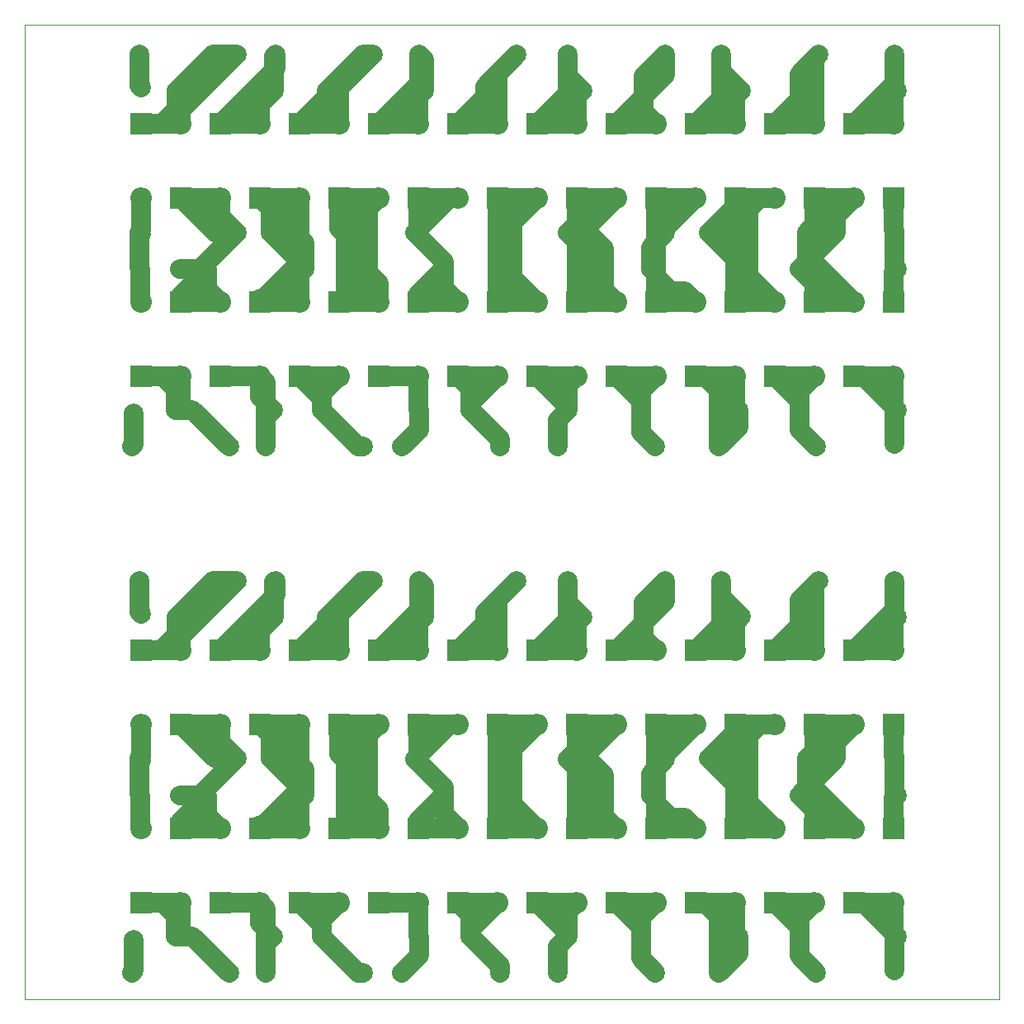
<source format=gbr>
G04 #@! TF.GenerationSoftware,KiCad,Pcbnew,5.1.4-e60b266~84~ubuntu16.04.1*
G04 #@! TF.CreationDate,2019-10-08T23:12:12-05:00*
G04 #@! TF.ProjectId,10x10p,31307831-3070-42e6-9b69-6361645f7063,rev?*
G04 #@! TF.SameCoordinates,Original*
G04 #@! TF.FileFunction,Copper,L2,Bot*
G04 #@! TF.FilePolarity,Positive*
%FSLAX46Y46*%
G04 Gerber Fmt 4.6, Leading zero omitted, Abs format (unit mm)*
G04 Created by KiCad (PCBNEW 5.1.4-e60b266~84~ubuntu16.04.1) date 2019-10-08 23:12:12*
%MOMM*%
%LPD*%
G04 APERTURE LIST*
G04 #@! TA.AperFunction,NonConductor*
%ADD10C,0.050000*%
G04 #@! TD*
G04 #@! TA.AperFunction,ComponentPad*
%ADD11C,2.000000*%
G04 #@! TD*
G04 #@! TA.AperFunction,ComponentPad*
%ADD12R,2.200000X2.200000*%
G04 #@! TD*
G04 #@! TA.AperFunction,ComponentPad*
%ADD13O,2.200000X2.200000*%
G04 #@! TD*
G04 #@! TA.AperFunction,ComponentPad*
%ADD14C,1.998980*%
G04 #@! TD*
G04 #@! TA.AperFunction,Conductor*
%ADD15C,2.000000*%
G04 #@! TD*
G04 APERTURE END LIST*
D10*
X50000000Y-150000000D02*
X50000000Y-50000000D01*
X150000000Y-150000000D02*
X50000000Y-150000000D01*
X150000000Y-50000000D02*
X150000000Y-150000000D01*
X50000000Y-50000000D02*
X150000000Y-50000000D01*
D11*
G04 #@! TO.P,C10,1*
G04 #@! TO.N,N/C*
X139490000Y-110790000D03*
G04 #@! TO.P,C10,2*
X129490000Y-110790000D03*
G04 #@! TD*
G04 #@! TO.P,C21,1*
G04 #@! TO.N,N/C*
X70990000Y-147290000D03*
G04 #@! TO.P,C21,2*
X60990000Y-147290000D03*
G04 #@! TD*
G04 #@! TO.P,C4,1*
G04 #@! TO.N,N/C*
X91006000Y-110752400D03*
G04 #@! TO.P,C4,2*
X81006000Y-110752400D03*
G04 #@! TD*
D12*
G04 #@! TO.P,D34,1*
G04 #@! TO.N,N/C*
X114788000Y-132452000D03*
D13*
G04 #@! TO.P,D34,2*
X114788000Y-140072000D03*
G04 #@! TD*
D12*
G04 #@! TO.P,D37,1*
G04 #@! TO.N,N/C*
X126980000Y-140072000D03*
D13*
G04 #@! TO.P,D37,2*
X126980000Y-132452000D03*
G04 #@! TD*
D11*
G04 #@! TO.P,C5,1*
G04 #@! TO.N,N/C*
X100490000Y-107040000D03*
G04 #@! TO.P,C5,2*
X90490000Y-107040000D03*
G04 #@! TD*
D12*
G04 #@! TO.P,D32,1*
G04 #@! TO.N,N/C*
X106660000Y-132452000D03*
D13*
G04 #@! TO.P,D32,2*
X106660000Y-140072000D03*
G04 #@! TD*
D12*
G04 #@! TO.P,D33,1*
G04 #@! TO.N,N/C*
X110724000Y-140072000D03*
D13*
G04 #@! TO.P,D33,2*
X110724000Y-132452000D03*
G04 #@! TD*
D12*
G04 #@! TO.P,D40,1*
G04 #@! TO.N,N/C*
X139172000Y-132452000D03*
D13*
G04 #@! TO.P,D40,2*
X139172000Y-140072000D03*
G04 #@! TD*
D11*
G04 #@! TO.P,C20,1*
G04 #@! TO.N,N/C*
X139490000Y-129040000D03*
G04 #@! TO.P,C20,2*
X129490000Y-129040000D03*
G04 #@! TD*
G04 #@! TO.P,C25,1*
G04 #@! TO.N,N/C*
X98740000Y-147290000D03*
G04 #@! TO.P,C25,2*
X88740000Y-147290000D03*
G04 #@! TD*
G04 #@! TO.P,C8,1*
G04 #@! TO.N,N/C*
X123518000Y-110727000D03*
G04 #@! TO.P,C8,2*
X113518000Y-110727000D03*
G04 #@! TD*
G04 #@! TO.P,C3,1*
G04 #@! TO.N,N/C*
X85740000Y-107040000D03*
G04 #@! TO.P,C3,2*
X75740000Y-107040000D03*
G04 #@! TD*
D12*
G04 #@! TO.P,D30,1*
G04 #@! TO.N,N/C*
X98532000Y-132452000D03*
D13*
G04 #@! TO.P,D30,2*
X98532000Y-140072000D03*
G04 #@! TD*
D12*
G04 #@! TO.P,D31,1*
G04 #@! TO.N,N/C*
X102596000Y-140072000D03*
D13*
G04 #@! TO.P,D31,2*
X102596000Y-132452000D03*
G04 #@! TD*
D12*
G04 #@! TO.P,D3,1*
G04 #@! TO.N,N/C*
X70084000Y-114156000D03*
D13*
G04 #@! TO.P,D3,2*
X70084000Y-121776000D03*
G04 #@! TD*
D12*
G04 #@! TO.P,D4,1*
G04 #@! TO.N,N/C*
X74148000Y-121776000D03*
D13*
G04 #@! TO.P,D4,2*
X74148000Y-114156000D03*
G04 #@! TD*
D12*
G04 #@! TO.P,D5,1*
G04 #@! TO.N,N/C*
X78212000Y-114156000D03*
D13*
G04 #@! TO.P,D5,2*
X78212000Y-121776000D03*
G04 #@! TD*
D12*
G04 #@! TO.P,D6,1*
G04 #@! TO.N,N/C*
X82276000Y-121776000D03*
D13*
G04 #@! TO.P,D6,2*
X82276000Y-114156000D03*
G04 #@! TD*
D12*
G04 #@! TO.P,D7,1*
G04 #@! TO.N,N/C*
X86340000Y-114156000D03*
D13*
G04 #@! TO.P,D7,2*
X86340000Y-121776000D03*
G04 #@! TD*
D12*
G04 #@! TO.P,D8,1*
G04 #@! TO.N,N/C*
X90404000Y-121776000D03*
D13*
G04 #@! TO.P,D8,2*
X90404000Y-114156000D03*
G04 #@! TD*
D12*
G04 #@! TO.P,D10,1*
G04 #@! TO.N,N/C*
X98532000Y-121776000D03*
D13*
G04 #@! TO.P,D10,2*
X98532000Y-114156000D03*
G04 #@! TD*
D12*
G04 #@! TO.P,D11,1*
G04 #@! TO.N,N/C*
X102596000Y-114156000D03*
D13*
G04 #@! TO.P,D11,2*
X102596000Y-121776000D03*
G04 #@! TD*
D12*
G04 #@! TO.P,D12,1*
G04 #@! TO.N,N/C*
X106660000Y-121776000D03*
D13*
G04 #@! TO.P,D12,2*
X106660000Y-114156000D03*
G04 #@! TD*
D12*
G04 #@! TO.P,D13,1*
G04 #@! TO.N,N/C*
X110724000Y-114156000D03*
D13*
G04 #@! TO.P,D13,2*
X110724000Y-121776000D03*
G04 #@! TD*
D12*
G04 #@! TO.P,D14,1*
G04 #@! TO.N,N/C*
X114788000Y-121776000D03*
D13*
G04 #@! TO.P,D14,2*
X114788000Y-114156000D03*
G04 #@! TD*
D12*
G04 #@! TO.P,D15,1*
G04 #@! TO.N,N/C*
X118852000Y-114156000D03*
D13*
G04 #@! TO.P,D15,2*
X118852000Y-121776000D03*
G04 #@! TD*
D12*
G04 #@! TO.P,D16,1*
G04 #@! TO.N,N/C*
X122916000Y-121776000D03*
D13*
G04 #@! TO.P,D16,2*
X122916000Y-114156000D03*
G04 #@! TD*
D12*
G04 #@! TO.P,D17,1*
G04 #@! TO.N,N/C*
X126980000Y-114156000D03*
D13*
G04 #@! TO.P,D17,2*
X126980000Y-121776000D03*
G04 #@! TD*
D12*
G04 #@! TO.P,D18,1*
G04 #@! TO.N,N/C*
X131044000Y-121776000D03*
D13*
G04 #@! TO.P,D18,2*
X131044000Y-114156000D03*
G04 #@! TD*
D12*
G04 #@! TO.P,D19,1*
G04 #@! TO.N,N/C*
X135108000Y-114156000D03*
D13*
G04 #@! TO.P,D19,2*
X135108000Y-121776000D03*
G04 #@! TD*
D12*
G04 #@! TO.P,D20,1*
G04 #@! TO.N,N/C*
X139172000Y-121776000D03*
D13*
G04 #@! TO.P,D20,2*
X139172000Y-114156000D03*
G04 #@! TD*
D12*
G04 #@! TO.P,D21,1*
G04 #@! TO.N,N/C*
X61956000Y-140072000D03*
D13*
G04 #@! TO.P,D21,2*
X61956000Y-132452000D03*
G04 #@! TD*
D12*
G04 #@! TO.P,D22,1*
G04 #@! TO.N,N/C*
X66020000Y-132452000D03*
D13*
G04 #@! TO.P,D22,2*
X66020000Y-140072000D03*
G04 #@! TD*
D12*
G04 #@! TO.P,D23,1*
G04 #@! TO.N,N/C*
X70084000Y-140072000D03*
D13*
G04 #@! TO.P,D23,2*
X70084000Y-132452000D03*
G04 #@! TD*
D12*
G04 #@! TO.P,D24,1*
G04 #@! TO.N,N/C*
X74148000Y-132452000D03*
D13*
G04 #@! TO.P,D24,2*
X74148000Y-140072000D03*
G04 #@! TD*
D12*
G04 #@! TO.P,D25,1*
G04 #@! TO.N,N/C*
X78212000Y-140072000D03*
D13*
G04 #@! TO.P,D25,2*
X78212000Y-132452000D03*
G04 #@! TD*
D12*
G04 #@! TO.P,D26,1*
G04 #@! TO.N,N/C*
X82276000Y-132452000D03*
D13*
G04 #@! TO.P,D26,2*
X82276000Y-140072000D03*
G04 #@! TD*
D12*
G04 #@! TO.P,D27,1*
G04 #@! TO.N,N/C*
X86340000Y-140072000D03*
D13*
G04 #@! TO.P,D27,2*
X86340000Y-132452000D03*
G04 #@! TD*
D12*
G04 #@! TO.P,D28,1*
G04 #@! TO.N,N/C*
X90404000Y-132452000D03*
D13*
G04 #@! TO.P,D28,2*
X90404000Y-140072000D03*
G04 #@! TD*
D12*
G04 #@! TO.P,D29,1*
G04 #@! TO.N,N/C*
X94468000Y-140072000D03*
D13*
G04 #@! TO.P,D29,2*
X94468000Y-132452000D03*
G04 #@! TD*
D11*
G04 #@! TO.P,C16,1*
G04 #@! TO.N,N/C*
X109490000Y-129040000D03*
G04 #@! TO.P,C16,2*
X99490000Y-129040000D03*
G04 #@! TD*
G04 #@! TO.P,C11,1*
G04 #@! TO.N,N/C*
X71740000Y-125290000D03*
G04 #@! TO.P,C11,2*
X61740000Y-125290000D03*
G04 #@! TD*
G04 #@! TO.P,C17,1*
G04 #@! TO.N,N/C*
X115740000Y-125332000D03*
G04 #@! TO.P,C17,2*
X105740000Y-125332000D03*
G04 #@! TD*
G04 #@! TO.P,C13,1*
G04 #@! TO.N,N/C*
X85240000Y-125290000D03*
G04 #@! TO.P,C13,2*
X75240000Y-125290000D03*
G04 #@! TD*
D14*
G04 #@! TO.P,OUT1,1*
G04 #@! TO.N,N/C*
X139240000Y-107040000D03*
G04 #@! TD*
D11*
G04 #@! TO.P,C15,1*
G04 #@! TO.N,N/C*
X100056000Y-125332000D03*
G04 #@! TO.P,C15,2*
X90056000Y-125332000D03*
G04 #@! TD*
G04 #@! TO.P,C9,1*
G04 #@! TO.N,N/C*
X131490000Y-107040000D03*
G04 #@! TO.P,C9,2*
X121490000Y-107040000D03*
G04 #@! TD*
G04 #@! TO.P,C14,1*
G04 #@! TO.N,N/C*
X92990000Y-129040000D03*
G04 #@! TO.P,C14,2*
X82990000Y-129040000D03*
G04 #@! TD*
G04 #@! TO.P,C12,1*
G04 #@! TO.N,N/C*
X78720000Y-129040400D03*
G04 #@! TO.P,C12,2*
X68720000Y-129040400D03*
G04 #@! TD*
G04 #@! TO.P,C18,1*
G04 #@! TO.N,N/C*
X124240000Y-129040000D03*
G04 #@! TO.P,C18,2*
X114240000Y-129040000D03*
G04 #@! TD*
D14*
G04 #@! TO.P,HV0,1*
G04 #@! TO.N,N/C*
X61879800Y-129040400D03*
G04 #@! TD*
G04 #@! TO.P,IN2,1*
G04 #@! TO.N,N/C*
X61219400Y-143848600D03*
G04 #@! TD*
D11*
G04 #@! TO.P,C29,1*
G04 #@! TO.N,N/C*
X131240000Y-147290000D03*
G04 #@! TO.P,C29,2*
X121240000Y-147290000D03*
G04 #@! TD*
D14*
G04 #@! TO.P,HV10,1*
G04 #@! TO.N,N/C*
X139240000Y-125040000D03*
G04 #@! TD*
G04 #@! TO.P,OUT2,1*
G04 #@! TO.N,N/C*
X139240000Y-147040000D03*
G04 #@! TD*
G04 #@! TO.P,IN1,1*
G04 #@! TO.N,N/C*
X61930600Y-110447600D03*
G04 #@! TD*
G04 #@! TO.P,HV9,1*
G04 #@! TO.N,N/C*
X133240000Y-125040000D03*
G04 #@! TD*
D11*
G04 #@! TO.P,C28,1*
G04 #@! TO.N,N/C*
X123240000Y-143540000D03*
G04 #@! TO.P,C28,2*
X113240000Y-143540000D03*
G04 #@! TD*
G04 #@! TO.P,C1,1*
G04 #@! TO.N,N/C*
X71740000Y-107040000D03*
G04 #@! TO.P,C1,2*
X61740000Y-107040000D03*
G04 #@! TD*
D12*
G04 #@! TO.P,D9,1*
G04 #@! TO.N,N/C*
X94468000Y-114156000D03*
D13*
G04 #@! TO.P,D9,2*
X94468000Y-121776000D03*
G04 #@! TD*
D11*
G04 #@! TO.P,C2,1*
G04 #@! TO.N,N/C*
X75595800Y-110752400D03*
G04 #@! TO.P,C2,2*
X65595800Y-110752400D03*
G04 #@! TD*
G04 #@! TO.P,C6,1*
G04 #@! TO.N,N/C*
X107218800Y-110752400D03*
G04 #@! TO.P,C6,2*
X97218800Y-110752400D03*
G04 #@! TD*
D12*
G04 #@! TO.P,D36,1*
G04 #@! TO.N,N/C*
X122916000Y-132452000D03*
D13*
G04 #@! TO.P,D36,2*
X122916000Y-140072000D03*
G04 #@! TD*
D11*
G04 #@! TO.P,C24,1*
G04 #@! TO.N,N/C*
X90490000Y-143540000D03*
G04 #@! TO.P,C24,2*
X80490000Y-143540000D03*
G04 #@! TD*
G04 #@! TO.P,C7,1*
G04 #@! TO.N,N/C*
X115740000Y-107040000D03*
G04 #@! TO.P,C7,2*
X105740000Y-107040000D03*
G04 #@! TD*
D12*
G04 #@! TO.P,D39,1*
G04 #@! TO.N,N/C*
X135108000Y-140072000D03*
D13*
G04 #@! TO.P,D39,2*
X135108000Y-132452000D03*
G04 #@! TD*
D11*
G04 #@! TO.P,C26,1*
G04 #@! TO.N,N/C*
X105740000Y-143540000D03*
G04 #@! TO.P,C26,2*
X95740000Y-143540000D03*
G04 #@! TD*
D12*
G04 #@! TO.P,D35,1*
G04 #@! TO.N,N/C*
X118852000Y-140072000D03*
D13*
G04 #@! TO.P,D35,2*
X118852000Y-132452000D03*
G04 #@! TD*
D11*
G04 #@! TO.P,C27,1*
G04 #@! TO.N,N/C*
X114740000Y-147290000D03*
G04 #@! TO.P,C27,2*
X104740000Y-147290000D03*
G04 #@! TD*
G04 #@! TO.P,C23,1*
G04 #@! TO.N,N/C*
X84740000Y-147290000D03*
G04 #@! TO.P,C23,2*
X74740000Y-147290000D03*
G04 #@! TD*
G04 #@! TO.P,C22,1*
G04 #@! TO.N,N/C*
X75494200Y-143518400D03*
G04 #@! TO.P,C22,2*
X65494200Y-143518400D03*
G04 #@! TD*
D12*
G04 #@! TO.P,D38,1*
G04 #@! TO.N,N/C*
X131044000Y-132452000D03*
D13*
G04 #@! TO.P,D38,2*
X131044000Y-140072000D03*
G04 #@! TD*
D12*
G04 #@! TO.P,D1,1*
G04 #@! TO.N,N/C*
X61956000Y-114156000D03*
D13*
G04 #@! TO.P,D1,2*
X61956000Y-121776000D03*
G04 #@! TD*
D12*
G04 #@! TO.P,D2,1*
G04 #@! TO.N,N/C*
X66020000Y-121776000D03*
D13*
G04 #@! TO.P,D2,2*
X66020000Y-114156000D03*
G04 #@! TD*
D14*
G04 #@! TO.P,HV1,1*
G04 #@! TO.N,N/C*
X65943800Y-129040400D03*
G04 #@! TD*
D11*
G04 #@! TO.P,C30,1*
G04 #@! TO.N,N/C*
X139490000Y-143540000D03*
G04 #@! TO.P,C30,2*
X129490000Y-143540000D03*
G04 #@! TD*
G04 #@! TO.P,C19,1*
G04 #@! TO.N,N/C*
X130240000Y-125290000D03*
G04 #@! TO.P,C19,2*
X120240000Y-125290000D03*
G04 #@! TD*
D14*
G04 #@! TO.P,HV1,1*
G04 #@! TO.N,/multiplier/HV1*
X65943800Y-75040400D03*
G04 #@! TD*
G04 #@! TO.P,IN2,1*
G04 #@! TO.N,/multiplier/IN2*
X61219400Y-89848600D03*
G04 #@! TD*
G04 #@! TO.P,IN1,1*
G04 #@! TO.N,/multiplier/IN1*
X61930600Y-56447600D03*
G04 #@! TD*
G04 #@! TO.P,HV9,1*
G04 #@! TO.N,/multiplier/HV9*
X133240000Y-71040000D03*
G04 #@! TD*
G04 #@! TO.P,OUT1,1*
G04 #@! TO.N,/multiplier/OUT1*
X139240000Y-53040000D03*
G04 #@! TD*
G04 #@! TO.P,HV0,1*
G04 #@! TO.N,/multiplier/HV0*
X61879800Y-75040400D03*
G04 #@! TD*
G04 #@! TO.P,OUT2,1*
G04 #@! TO.N,/multiplier/OUT2*
X139240000Y-93040000D03*
G04 #@! TD*
G04 #@! TO.P,HV10,1*
G04 #@! TO.N,/multiplier/HV10*
X139240000Y-71040000D03*
G04 #@! TD*
D11*
G04 #@! TO.P,C30,2*
G04 #@! TO.N,Net-(C29-Pad1)*
X129490000Y-89540000D03*
G04 #@! TO.P,C30,1*
G04 #@! TO.N,/multiplier/OUT2*
X139490000Y-89540000D03*
G04 #@! TD*
G04 #@! TO.P,C29,2*
G04 #@! TO.N,Net-(C28-Pad1)*
X121240000Y-93290000D03*
G04 #@! TO.P,C29,1*
G04 #@! TO.N,Net-(C29-Pad1)*
X131240000Y-93290000D03*
G04 #@! TD*
G04 #@! TO.P,C28,2*
G04 #@! TO.N,Net-(C27-Pad1)*
X113240000Y-89540000D03*
G04 #@! TO.P,C28,1*
G04 #@! TO.N,Net-(C28-Pad1)*
X123240000Y-89540000D03*
G04 #@! TD*
G04 #@! TO.P,C27,2*
G04 #@! TO.N,Net-(C26-Pad1)*
X104740000Y-93290000D03*
G04 #@! TO.P,C27,1*
G04 #@! TO.N,Net-(C27-Pad1)*
X114740000Y-93290000D03*
G04 #@! TD*
G04 #@! TO.P,C26,2*
G04 #@! TO.N,Net-(C25-Pad1)*
X95740000Y-89540000D03*
G04 #@! TO.P,C26,1*
G04 #@! TO.N,Net-(C26-Pad1)*
X105740000Y-89540000D03*
G04 #@! TD*
G04 #@! TO.P,C25,2*
G04 #@! TO.N,Net-(C24-Pad1)*
X88740000Y-93290000D03*
G04 #@! TO.P,C25,1*
G04 #@! TO.N,Net-(C25-Pad1)*
X98740000Y-93290000D03*
G04 #@! TD*
G04 #@! TO.P,C24,2*
G04 #@! TO.N,Net-(C23-Pad1)*
X80490000Y-89540000D03*
G04 #@! TO.P,C24,1*
G04 #@! TO.N,Net-(C24-Pad1)*
X90490000Y-89540000D03*
G04 #@! TD*
G04 #@! TO.P,C23,2*
G04 #@! TO.N,Net-(C22-Pad1)*
X74740000Y-93290000D03*
G04 #@! TO.P,C23,1*
G04 #@! TO.N,Net-(C23-Pad1)*
X84740000Y-93290000D03*
G04 #@! TD*
G04 #@! TO.P,C22,2*
G04 #@! TO.N,Net-(C21-Pad1)*
X65494200Y-89518400D03*
G04 #@! TO.P,C22,1*
G04 #@! TO.N,Net-(C22-Pad1)*
X75494200Y-89518400D03*
G04 #@! TD*
G04 #@! TO.P,C21,2*
G04 #@! TO.N,/multiplier/IN2*
X60990000Y-93290000D03*
G04 #@! TO.P,C21,1*
G04 #@! TO.N,Net-(C21-Pad1)*
X70990000Y-93290000D03*
G04 #@! TD*
G04 #@! TO.P,C20,2*
G04 #@! TO.N,/multiplier/HV9*
X129490000Y-75040000D03*
G04 #@! TO.P,C20,1*
G04 #@! TO.N,/multiplier/HV10*
X139490000Y-75040000D03*
G04 #@! TD*
G04 #@! TO.P,C19,2*
G04 #@! TO.N,Net-(C18-Pad1)*
X120240000Y-71290000D03*
G04 #@! TO.P,C19,1*
G04 #@! TO.N,/multiplier/HV9*
X130240000Y-71290000D03*
G04 #@! TD*
G04 #@! TO.P,C18,2*
G04 #@! TO.N,Net-(C17-Pad1)*
X114240000Y-75040000D03*
G04 #@! TO.P,C18,1*
G04 #@! TO.N,Net-(C18-Pad1)*
X124240000Y-75040000D03*
G04 #@! TD*
G04 #@! TO.P,C17,2*
G04 #@! TO.N,Net-(C16-Pad1)*
X105740000Y-71332000D03*
G04 #@! TO.P,C17,1*
G04 #@! TO.N,Net-(C17-Pad1)*
X115740000Y-71332000D03*
G04 #@! TD*
G04 #@! TO.P,C16,2*
G04 #@! TO.N,Net-(C15-Pad1)*
X99490000Y-75040000D03*
G04 #@! TO.P,C16,1*
G04 #@! TO.N,Net-(C16-Pad1)*
X109490000Y-75040000D03*
G04 #@! TD*
G04 #@! TO.P,C15,2*
G04 #@! TO.N,Net-(C14-Pad1)*
X90056000Y-71332000D03*
G04 #@! TO.P,C15,1*
G04 #@! TO.N,Net-(C15-Pad1)*
X100056000Y-71332000D03*
G04 #@! TD*
G04 #@! TO.P,C14,2*
G04 #@! TO.N,Net-(C13-Pad1)*
X82990000Y-75040000D03*
G04 #@! TO.P,C14,1*
G04 #@! TO.N,Net-(C14-Pad1)*
X92990000Y-75040000D03*
G04 #@! TD*
G04 #@! TO.P,C13,2*
G04 #@! TO.N,Net-(C12-Pad1)*
X75240000Y-71290000D03*
G04 #@! TO.P,C13,1*
G04 #@! TO.N,Net-(C13-Pad1)*
X85240000Y-71290000D03*
G04 #@! TD*
G04 #@! TO.P,C12,2*
G04 #@! TO.N,/multiplier/HV1*
X68720000Y-75040400D03*
G04 #@! TO.P,C12,1*
G04 #@! TO.N,Net-(C12-Pad1)*
X78720000Y-75040400D03*
G04 #@! TD*
G04 #@! TO.P,C11,2*
G04 #@! TO.N,/multiplier/HV0*
X61740000Y-71290000D03*
G04 #@! TO.P,C11,1*
G04 #@! TO.N,/multiplier/HV1*
X71740000Y-71290000D03*
G04 #@! TD*
G04 #@! TO.P,C10,2*
G04 #@! TO.N,Net-(C10-Pad2)*
X129490000Y-56790000D03*
G04 #@! TO.P,C10,1*
G04 #@! TO.N,/multiplier/OUT1*
X139490000Y-56790000D03*
G04 #@! TD*
G04 #@! TO.P,C9,2*
G04 #@! TO.N,Net-(C8-Pad1)*
X121490000Y-53040000D03*
G04 #@! TO.P,C9,1*
G04 #@! TO.N,Net-(C10-Pad2)*
X131490000Y-53040000D03*
G04 #@! TD*
G04 #@! TO.P,C8,2*
G04 #@! TO.N,Net-(C7-Pad1)*
X113518000Y-56727000D03*
G04 #@! TO.P,C8,1*
G04 #@! TO.N,Net-(C8-Pad1)*
X123518000Y-56727000D03*
G04 #@! TD*
G04 #@! TO.P,C7,2*
G04 #@! TO.N,Net-(C6-Pad1)*
X105740000Y-53040000D03*
G04 #@! TO.P,C7,1*
G04 #@! TO.N,Net-(C7-Pad1)*
X115740000Y-53040000D03*
G04 #@! TD*
G04 #@! TO.P,C6,2*
G04 #@! TO.N,Net-(C5-Pad1)*
X97218800Y-56752400D03*
G04 #@! TO.P,C6,1*
G04 #@! TO.N,Net-(C6-Pad1)*
X107218800Y-56752400D03*
G04 #@! TD*
G04 #@! TO.P,C5,2*
G04 #@! TO.N,Net-(C4-Pad1)*
X90490000Y-53040000D03*
G04 #@! TO.P,C5,1*
G04 #@! TO.N,Net-(C5-Pad1)*
X100490000Y-53040000D03*
G04 #@! TD*
G04 #@! TO.P,C4,2*
G04 #@! TO.N,Net-(C3-Pad1)*
X81006000Y-56752400D03*
G04 #@! TO.P,C4,1*
G04 #@! TO.N,Net-(C4-Pad1)*
X91006000Y-56752400D03*
G04 #@! TD*
G04 #@! TO.P,C3,2*
G04 #@! TO.N,Net-(C2-Pad1)*
X75740000Y-53040000D03*
G04 #@! TO.P,C3,1*
G04 #@! TO.N,Net-(C3-Pad1)*
X85740000Y-53040000D03*
G04 #@! TD*
G04 #@! TO.P,C2,2*
G04 #@! TO.N,Net-(C1-Pad1)*
X65595800Y-56752400D03*
G04 #@! TO.P,C2,1*
G04 #@! TO.N,Net-(C2-Pad1)*
X75595800Y-56752400D03*
G04 #@! TD*
G04 #@! TO.P,C1,2*
G04 #@! TO.N,/multiplier/IN1*
X61740000Y-53040000D03*
G04 #@! TO.P,C1,1*
G04 #@! TO.N,Net-(C1-Pad1)*
X71740000Y-53040000D03*
G04 #@! TD*
D13*
G04 #@! TO.P,D40,2*
G04 #@! TO.N,/multiplier/OUT2*
X139172000Y-86072000D03*
D12*
G04 #@! TO.P,D40,1*
G04 #@! TO.N,/multiplier/HV10*
X139172000Y-78452000D03*
G04 #@! TD*
D13*
G04 #@! TO.P,D39,2*
G04 #@! TO.N,/multiplier/HV9*
X135108000Y-78452000D03*
D12*
G04 #@! TO.P,D39,1*
G04 #@! TO.N,/multiplier/OUT2*
X135108000Y-86072000D03*
G04 #@! TD*
D13*
G04 #@! TO.P,D38,2*
G04 #@! TO.N,Net-(C29-Pad1)*
X131044000Y-86072000D03*
D12*
G04 #@! TO.P,D38,1*
G04 #@! TO.N,/multiplier/HV9*
X131044000Y-78452000D03*
G04 #@! TD*
D13*
G04 #@! TO.P,D37,2*
G04 #@! TO.N,Net-(C18-Pad1)*
X126980000Y-78452000D03*
D12*
G04 #@! TO.P,D37,1*
G04 #@! TO.N,Net-(C29-Pad1)*
X126980000Y-86072000D03*
G04 #@! TD*
D13*
G04 #@! TO.P,D36,2*
G04 #@! TO.N,Net-(C28-Pad1)*
X122916000Y-86072000D03*
D12*
G04 #@! TO.P,D36,1*
G04 #@! TO.N,Net-(C18-Pad1)*
X122916000Y-78452000D03*
G04 #@! TD*
D13*
G04 #@! TO.P,D35,2*
G04 #@! TO.N,Net-(C17-Pad1)*
X118852000Y-78452000D03*
D12*
G04 #@! TO.P,D35,1*
G04 #@! TO.N,Net-(C28-Pad1)*
X118852000Y-86072000D03*
G04 #@! TD*
D13*
G04 #@! TO.P,D34,2*
G04 #@! TO.N,Net-(C27-Pad1)*
X114788000Y-86072000D03*
D12*
G04 #@! TO.P,D34,1*
G04 #@! TO.N,Net-(C17-Pad1)*
X114788000Y-78452000D03*
G04 #@! TD*
D13*
G04 #@! TO.P,D33,2*
G04 #@! TO.N,Net-(C16-Pad1)*
X110724000Y-78452000D03*
D12*
G04 #@! TO.P,D33,1*
G04 #@! TO.N,Net-(C27-Pad1)*
X110724000Y-86072000D03*
G04 #@! TD*
D13*
G04 #@! TO.P,D32,2*
G04 #@! TO.N,Net-(C26-Pad1)*
X106660000Y-86072000D03*
D12*
G04 #@! TO.P,D32,1*
G04 #@! TO.N,Net-(C16-Pad1)*
X106660000Y-78452000D03*
G04 #@! TD*
D13*
G04 #@! TO.P,D31,2*
G04 #@! TO.N,Net-(C15-Pad1)*
X102596000Y-78452000D03*
D12*
G04 #@! TO.P,D31,1*
G04 #@! TO.N,Net-(C26-Pad1)*
X102596000Y-86072000D03*
G04 #@! TD*
D13*
G04 #@! TO.P,D30,2*
G04 #@! TO.N,Net-(C25-Pad1)*
X98532000Y-86072000D03*
D12*
G04 #@! TO.P,D30,1*
G04 #@! TO.N,Net-(C15-Pad1)*
X98532000Y-78452000D03*
G04 #@! TD*
D13*
G04 #@! TO.P,D29,2*
G04 #@! TO.N,Net-(C14-Pad1)*
X94468000Y-78452000D03*
D12*
G04 #@! TO.P,D29,1*
G04 #@! TO.N,Net-(C25-Pad1)*
X94468000Y-86072000D03*
G04 #@! TD*
D13*
G04 #@! TO.P,D28,2*
G04 #@! TO.N,Net-(C24-Pad1)*
X90404000Y-86072000D03*
D12*
G04 #@! TO.P,D28,1*
G04 #@! TO.N,Net-(C14-Pad1)*
X90404000Y-78452000D03*
G04 #@! TD*
D13*
G04 #@! TO.P,D27,2*
G04 #@! TO.N,Net-(C13-Pad1)*
X86340000Y-78452000D03*
D12*
G04 #@! TO.P,D27,1*
G04 #@! TO.N,Net-(C24-Pad1)*
X86340000Y-86072000D03*
G04 #@! TD*
D13*
G04 #@! TO.P,D26,2*
G04 #@! TO.N,Net-(C23-Pad1)*
X82276000Y-86072000D03*
D12*
G04 #@! TO.P,D26,1*
G04 #@! TO.N,Net-(C13-Pad1)*
X82276000Y-78452000D03*
G04 #@! TD*
D13*
G04 #@! TO.P,D25,2*
G04 #@! TO.N,Net-(C12-Pad1)*
X78212000Y-78452000D03*
D12*
G04 #@! TO.P,D25,1*
G04 #@! TO.N,Net-(C23-Pad1)*
X78212000Y-86072000D03*
G04 #@! TD*
D13*
G04 #@! TO.P,D24,2*
G04 #@! TO.N,Net-(C22-Pad1)*
X74148000Y-86072000D03*
D12*
G04 #@! TO.P,D24,1*
G04 #@! TO.N,Net-(C12-Pad1)*
X74148000Y-78452000D03*
G04 #@! TD*
D13*
G04 #@! TO.P,D23,2*
G04 #@! TO.N,/multiplier/HV1*
X70084000Y-78452000D03*
D12*
G04 #@! TO.P,D23,1*
G04 #@! TO.N,Net-(C22-Pad1)*
X70084000Y-86072000D03*
G04 #@! TD*
D13*
G04 #@! TO.P,D22,2*
G04 #@! TO.N,Net-(C21-Pad1)*
X66020000Y-86072000D03*
D12*
G04 #@! TO.P,D22,1*
G04 #@! TO.N,/multiplier/HV1*
X66020000Y-78452000D03*
G04 #@! TD*
D13*
G04 #@! TO.P,D21,2*
G04 #@! TO.N,/multiplier/HV0*
X61956000Y-78452000D03*
D12*
G04 #@! TO.P,D21,1*
G04 #@! TO.N,Net-(C21-Pad1)*
X61956000Y-86072000D03*
G04 #@! TD*
D13*
G04 #@! TO.P,D20,2*
G04 #@! TO.N,/multiplier/OUT1*
X139172000Y-60156000D03*
D12*
G04 #@! TO.P,D20,1*
G04 #@! TO.N,/multiplier/HV10*
X139172000Y-67776000D03*
G04 #@! TD*
D13*
G04 #@! TO.P,D19,2*
G04 #@! TO.N,/multiplier/HV9*
X135108000Y-67776000D03*
D12*
G04 #@! TO.P,D19,1*
G04 #@! TO.N,/multiplier/OUT1*
X135108000Y-60156000D03*
G04 #@! TD*
D13*
G04 #@! TO.P,D18,2*
G04 #@! TO.N,Net-(C10-Pad2)*
X131044000Y-60156000D03*
D12*
G04 #@! TO.P,D18,1*
G04 #@! TO.N,/multiplier/HV9*
X131044000Y-67776000D03*
G04 #@! TD*
D13*
G04 #@! TO.P,D17,2*
G04 #@! TO.N,Net-(C18-Pad1)*
X126980000Y-67776000D03*
D12*
G04 #@! TO.P,D17,1*
G04 #@! TO.N,Net-(C10-Pad2)*
X126980000Y-60156000D03*
G04 #@! TD*
D13*
G04 #@! TO.P,D16,2*
G04 #@! TO.N,Net-(C8-Pad1)*
X122916000Y-60156000D03*
D12*
G04 #@! TO.P,D16,1*
G04 #@! TO.N,Net-(C18-Pad1)*
X122916000Y-67776000D03*
G04 #@! TD*
D13*
G04 #@! TO.P,D15,2*
G04 #@! TO.N,Net-(C17-Pad1)*
X118852000Y-67776000D03*
D12*
G04 #@! TO.P,D15,1*
G04 #@! TO.N,Net-(C8-Pad1)*
X118852000Y-60156000D03*
G04 #@! TD*
D13*
G04 #@! TO.P,D14,2*
G04 #@! TO.N,Net-(C7-Pad1)*
X114788000Y-60156000D03*
D12*
G04 #@! TO.P,D14,1*
G04 #@! TO.N,Net-(C17-Pad1)*
X114788000Y-67776000D03*
G04 #@! TD*
D13*
G04 #@! TO.P,D13,2*
G04 #@! TO.N,Net-(C16-Pad1)*
X110724000Y-67776000D03*
D12*
G04 #@! TO.P,D13,1*
G04 #@! TO.N,Net-(C7-Pad1)*
X110724000Y-60156000D03*
G04 #@! TD*
D13*
G04 #@! TO.P,D12,2*
G04 #@! TO.N,Net-(C6-Pad1)*
X106660000Y-60156000D03*
D12*
G04 #@! TO.P,D12,1*
G04 #@! TO.N,Net-(C16-Pad1)*
X106660000Y-67776000D03*
G04 #@! TD*
D13*
G04 #@! TO.P,D11,2*
G04 #@! TO.N,Net-(C15-Pad1)*
X102596000Y-67776000D03*
D12*
G04 #@! TO.P,D11,1*
G04 #@! TO.N,Net-(C6-Pad1)*
X102596000Y-60156000D03*
G04 #@! TD*
D13*
G04 #@! TO.P,D10,2*
G04 #@! TO.N,Net-(C5-Pad1)*
X98532000Y-60156000D03*
D12*
G04 #@! TO.P,D10,1*
G04 #@! TO.N,Net-(C15-Pad1)*
X98532000Y-67776000D03*
G04 #@! TD*
D13*
G04 #@! TO.P,D9,2*
G04 #@! TO.N,Net-(C14-Pad1)*
X94468000Y-67776000D03*
D12*
G04 #@! TO.P,D9,1*
G04 #@! TO.N,Net-(C5-Pad1)*
X94468000Y-60156000D03*
G04 #@! TD*
D13*
G04 #@! TO.P,D8,2*
G04 #@! TO.N,Net-(C4-Pad1)*
X90404000Y-60156000D03*
D12*
G04 #@! TO.P,D8,1*
G04 #@! TO.N,Net-(C14-Pad1)*
X90404000Y-67776000D03*
G04 #@! TD*
D13*
G04 #@! TO.P,D7,2*
G04 #@! TO.N,Net-(C13-Pad1)*
X86340000Y-67776000D03*
D12*
G04 #@! TO.P,D7,1*
G04 #@! TO.N,Net-(C4-Pad1)*
X86340000Y-60156000D03*
G04 #@! TD*
D13*
G04 #@! TO.P,D6,2*
G04 #@! TO.N,Net-(C3-Pad1)*
X82276000Y-60156000D03*
D12*
G04 #@! TO.P,D6,1*
G04 #@! TO.N,Net-(C13-Pad1)*
X82276000Y-67776000D03*
G04 #@! TD*
D13*
G04 #@! TO.P,D5,2*
G04 #@! TO.N,Net-(C12-Pad1)*
X78212000Y-67776000D03*
D12*
G04 #@! TO.P,D5,1*
G04 #@! TO.N,Net-(C3-Pad1)*
X78212000Y-60156000D03*
G04 #@! TD*
D13*
G04 #@! TO.P,D4,2*
G04 #@! TO.N,Net-(C2-Pad1)*
X74148000Y-60156000D03*
D12*
G04 #@! TO.P,D4,1*
G04 #@! TO.N,Net-(C12-Pad1)*
X74148000Y-67776000D03*
G04 #@! TD*
D13*
G04 #@! TO.P,D3,2*
G04 #@! TO.N,/multiplier/HV1*
X70084000Y-67776000D03*
D12*
G04 #@! TO.P,D3,1*
G04 #@! TO.N,Net-(C2-Pad1)*
X70084000Y-60156000D03*
G04 #@! TD*
D13*
G04 #@! TO.P,D2,2*
G04 #@! TO.N,Net-(C1-Pad1)*
X66020000Y-60156000D03*
D12*
G04 #@! TO.P,D2,1*
G04 #@! TO.N,/multiplier/HV1*
X66020000Y-67776000D03*
G04 #@! TD*
D13*
G04 #@! TO.P,D1,2*
G04 #@! TO.N,/multiplier/HV0*
X61956000Y-67776000D03*
D12*
G04 #@! TO.P,D1,1*
G04 #@! TO.N,Net-(C1-Pad1)*
X61956000Y-60156000D03*
G04 #@! TD*
D15*
G04 #@! TO.N,*
X69308200Y-107040000D02*
X65595800Y-110752400D01*
X71740000Y-107040000D02*
X69308200Y-107040000D01*
X65595800Y-113731800D02*
X66020000Y-114156000D01*
X65595800Y-110752400D02*
X65595800Y-113731800D01*
X66020000Y-112760000D02*
X71740000Y-107040000D01*
X66020000Y-114156000D02*
X66020000Y-112760000D01*
X65595800Y-112599000D02*
X64038800Y-114156000D01*
X65595800Y-110752400D02*
X65595800Y-112599000D01*
X64038800Y-114156000D02*
X61956000Y-114156000D01*
X66020000Y-114156000D02*
X64038800Y-114156000D01*
X70084000Y-114156000D02*
X74148000Y-114156000D01*
X74148000Y-112200200D02*
X75595800Y-110752400D01*
X74148000Y-114156000D02*
X74148000Y-112200200D01*
X75595800Y-107184200D02*
X75740000Y-107040000D01*
X75595800Y-110752400D02*
X75595800Y-107184200D01*
X72192200Y-114156000D02*
X75595800Y-110752400D01*
X70084000Y-114156000D02*
X72192200Y-114156000D01*
X75740000Y-108500000D02*
X70084000Y-114156000D01*
X75740000Y-107040000D02*
X75740000Y-108500000D01*
X84718400Y-107040000D02*
X81006000Y-110752400D01*
X85740000Y-107040000D02*
X84718400Y-107040000D01*
X81006000Y-112886000D02*
X82276000Y-114156000D01*
X81006000Y-110752400D02*
X81006000Y-112886000D01*
X82276000Y-114156000D02*
X78212000Y-114156000D01*
X81006000Y-111362000D02*
X78212000Y-114156000D01*
X81006000Y-110752400D02*
X81006000Y-111362000D01*
X82276000Y-110504000D02*
X82276000Y-114156000D01*
X85740000Y-107040000D02*
X82276000Y-110504000D01*
X86340000Y-114156000D02*
X90404000Y-114156000D01*
X90404000Y-111354400D02*
X91006000Y-110752400D01*
X90404000Y-114156000D02*
X90404000Y-111354400D01*
X91006000Y-107556000D02*
X90490000Y-107040000D01*
X91006000Y-110752400D02*
X91006000Y-107556000D01*
X87602400Y-114156000D02*
X91006000Y-110752400D01*
X86340000Y-114156000D02*
X87602400Y-114156000D01*
X90490000Y-110006000D02*
X86340000Y-114156000D01*
X90490000Y-107040000D02*
X90490000Y-110006000D01*
X94468000Y-114156000D02*
X98532000Y-114156000D01*
X98532000Y-112065600D02*
X97218800Y-110752400D01*
X98532000Y-114156000D02*
X98532000Y-112065600D01*
X97218800Y-110311200D02*
X100490000Y-107040000D01*
X97218800Y-110752400D02*
X97218800Y-110311200D01*
X97218800Y-111405200D02*
X94468000Y-114156000D01*
X97218800Y-110752400D02*
X97218800Y-111405200D01*
X97218800Y-112842800D02*
X97218800Y-111405200D01*
X98532000Y-114156000D02*
X97218800Y-112842800D01*
X98532000Y-108998000D02*
X98532000Y-114156000D01*
X100490000Y-107040000D02*
X98532000Y-108998000D01*
X106660000Y-111311200D02*
X107218800Y-110752400D01*
X106660000Y-114156000D02*
X106660000Y-111311200D01*
X106660000Y-114156000D02*
X102596000Y-114156000D01*
X103815200Y-114156000D02*
X107218800Y-110752400D01*
X105740000Y-111012000D02*
X102596000Y-114156000D01*
X105740000Y-107040000D02*
X105740000Y-111012000D01*
X102596000Y-114156000D02*
X103815200Y-114156000D01*
X105740000Y-109273600D02*
X107218800Y-110752400D01*
X105740000Y-107040000D02*
X105740000Y-109273600D01*
X110724000Y-114156000D02*
X114788000Y-114156000D01*
X113518000Y-112886000D02*
X114788000Y-114156000D01*
X113518000Y-110727000D02*
X113518000Y-112886000D01*
X113518000Y-109262000D02*
X115740000Y-107040000D01*
X113518000Y-110727000D02*
X113518000Y-109262000D01*
X113518000Y-111362000D02*
X110724000Y-114156000D01*
X113518000Y-110727000D02*
X113518000Y-111362000D01*
X115740000Y-109140000D02*
X110724000Y-114156000D01*
X115740000Y-107040000D02*
X115740000Y-109140000D01*
X121490000Y-108699000D02*
X123518000Y-110727000D01*
X121490000Y-107040000D02*
X121490000Y-108699000D01*
X122916000Y-111329000D02*
X123518000Y-110727000D01*
X122916000Y-114156000D02*
X122916000Y-111329000D01*
X122916000Y-114156000D02*
X118852000Y-114156000D01*
X120089000Y-114156000D02*
X123518000Y-110727000D01*
X118852000Y-114156000D02*
X120089000Y-114156000D01*
X121490000Y-112730000D02*
X122916000Y-114156000D01*
X121490000Y-107040000D02*
X121490000Y-112730000D01*
X121490000Y-111518000D02*
X118852000Y-114156000D01*
X121490000Y-107040000D02*
X121490000Y-111518000D01*
X131044000Y-114156000D02*
X126980000Y-114156000D01*
X129490000Y-112602000D02*
X131044000Y-114156000D01*
X129490000Y-110790000D02*
X129490000Y-112602000D01*
X129490000Y-111646000D02*
X126980000Y-114156000D01*
X129490000Y-110790000D02*
X129490000Y-111646000D01*
X129490000Y-109040000D02*
X131490000Y-107040000D01*
X129490000Y-110790000D02*
X129490000Y-109040000D01*
X131044000Y-107486000D02*
X131490000Y-107040000D01*
X131044000Y-114156000D02*
X131044000Y-107486000D01*
X74148000Y-132452000D02*
X75308400Y-132452000D01*
X78720000Y-129040400D02*
X78720000Y-128770000D01*
X78720000Y-128770000D02*
X75240000Y-125290000D01*
X75240000Y-122868000D02*
X74148000Y-121776000D01*
X75240000Y-125290000D02*
X75240000Y-122868000D01*
X74148000Y-121776000D02*
X78212000Y-121776000D01*
X75240000Y-125290000D02*
X75240000Y-124748000D01*
X74148000Y-132452000D02*
X74148000Y-132139200D01*
X78212000Y-128388000D02*
X74148000Y-132452000D01*
X78212000Y-121776000D02*
X78212000Y-128388000D01*
X75308400Y-132452000D02*
X78720000Y-129040400D01*
X78720000Y-126348000D02*
X74148000Y-121776000D01*
X75240000Y-124748000D02*
X78212000Y-121776000D01*
X78212000Y-132452000D02*
X78212000Y-129548400D01*
X78720000Y-129040400D02*
X78720000Y-126348000D01*
X78212000Y-129548400D02*
X78720000Y-129040400D01*
X74148000Y-132452000D02*
X78212000Y-132452000D01*
X86340000Y-132452000D02*
X82276000Y-132452000D01*
X82990000Y-131738000D02*
X82276000Y-132452000D01*
X82990000Y-129040000D02*
X82990000Y-131738000D01*
X85240000Y-122876000D02*
X86340000Y-121776000D01*
X85240000Y-125290000D02*
X85240000Y-122876000D01*
X86340000Y-121776000D02*
X82276000Y-121776000D01*
X85240000Y-124740000D02*
X82276000Y-121776000D01*
X85240000Y-125290000D02*
X85240000Y-124740000D01*
X86340000Y-132390000D02*
X82990000Y-129040000D01*
X86340000Y-132452000D02*
X86340000Y-132390000D01*
X82990000Y-125126000D02*
X86340000Y-121776000D01*
X82990000Y-129040000D02*
X82990000Y-125126000D01*
X82990000Y-127540000D02*
X85240000Y-125290000D01*
X82990000Y-129040000D02*
X82990000Y-127540000D01*
X85240000Y-129488000D02*
X82276000Y-132452000D01*
X85240000Y-125290000D02*
X85240000Y-129488000D01*
X86340000Y-132452000D02*
X86340000Y-130513600D01*
X86340000Y-130513600D02*
X84079400Y-128253000D01*
X82526000Y-125126000D02*
X82990000Y-125126000D01*
X82276000Y-124876000D02*
X82526000Y-125126000D01*
X82276000Y-121776000D02*
X82276000Y-124876000D01*
X90404000Y-132452000D02*
X94468000Y-132452000D01*
X92990000Y-130974000D02*
X94468000Y-132452000D01*
X92990000Y-129040000D02*
X92990000Y-130974000D01*
X92990000Y-128266000D02*
X90056000Y-125332000D01*
X92990000Y-129040000D02*
X92990000Y-128266000D01*
X90404000Y-124984000D02*
X90056000Y-125332000D01*
X90404000Y-121776000D02*
X90404000Y-124984000D01*
X90404000Y-121776000D02*
X94468000Y-121776000D01*
X93612000Y-121776000D02*
X90056000Y-125332000D01*
X94468000Y-121776000D02*
X93612000Y-121776000D01*
X90404000Y-131626000D02*
X92990000Y-129040000D01*
X90404000Y-132452000D02*
X90404000Y-131626000D01*
X102596000Y-121776000D02*
X98532000Y-121776000D01*
X100056000Y-128474000D02*
X99490000Y-129040000D01*
X100056000Y-125332000D02*
X100056000Y-128474000D01*
X99490000Y-131494000D02*
X98532000Y-132452000D01*
X99490000Y-129040000D02*
X99490000Y-131494000D01*
X98532000Y-132452000D02*
X102596000Y-132452000D01*
X99490000Y-129346000D02*
X102596000Y-132452000D01*
X99490000Y-129040000D02*
X99490000Y-129346000D01*
X100056000Y-124316000D02*
X102596000Y-121776000D01*
X100056000Y-125332000D02*
X100056000Y-124316000D01*
X100056000Y-123300000D02*
X98532000Y-121776000D01*
X100056000Y-125332000D02*
X100056000Y-123300000D01*
X98532000Y-121776000D02*
X98532000Y-132452000D01*
X98532000Y-125840000D02*
X102596000Y-121776000D01*
X98532000Y-132452000D02*
X98532000Y-125840000D01*
X100056000Y-129912000D02*
X102596000Y-132452000D01*
X100056000Y-125332000D02*
X100056000Y-129912000D01*
X110724000Y-132452000D02*
X106660000Y-132452000D01*
X109490000Y-131218000D02*
X110724000Y-132452000D01*
X109490000Y-129040000D02*
X109490000Y-131218000D01*
X105782000Y-125332000D02*
X109490000Y-129040000D01*
X105740000Y-125332000D02*
X105782000Y-125332000D01*
X106660000Y-124412000D02*
X105740000Y-125332000D01*
X106660000Y-121776000D02*
X106660000Y-124412000D01*
X106660000Y-121776000D02*
X110724000Y-121776000D01*
X109296000Y-121776000D02*
X105740000Y-125332000D01*
X110724000Y-121776000D02*
X109296000Y-121776000D01*
X106660000Y-131870000D02*
X109490000Y-129040000D01*
X106660000Y-132452000D02*
X106660000Y-131870000D01*
X106660000Y-126252000D02*
X105740000Y-125332000D01*
X106660000Y-132452000D02*
X106660000Y-126252000D01*
X110724000Y-132452000D02*
X107701400Y-129429400D01*
X106660000Y-126210000D02*
X109490000Y-129040000D01*
X106660000Y-121776000D02*
X106660000Y-126210000D01*
X106660000Y-132452000D02*
X106660000Y-125840000D01*
X109490000Y-126942800D02*
X107523600Y-124976400D01*
X109490000Y-129040000D02*
X109490000Y-126942800D01*
X107523600Y-124976400D02*
X110724000Y-121776000D01*
X106660000Y-125840000D02*
X107523600Y-124976400D01*
X118852000Y-132452000D02*
X114788000Y-132452000D01*
X114240000Y-126832000D02*
X115740000Y-125332000D01*
X114240000Y-129040000D02*
X114240000Y-126832000D01*
X114788000Y-124380000D02*
X115740000Y-125332000D01*
X114788000Y-121776000D02*
X114788000Y-124380000D01*
X114788000Y-121776000D02*
X118852000Y-121776000D01*
X115740000Y-124888000D02*
X118852000Y-121776000D01*
X115740000Y-125332000D02*
X115740000Y-124888000D01*
X117251800Y-121776000D02*
X114788000Y-124239800D01*
X118852000Y-121776000D02*
X117251800Y-121776000D01*
X117752001Y-131352001D02*
X116286801Y-131352001D01*
X118852000Y-132452000D02*
X117752001Y-131352001D01*
X116286801Y-131352001D02*
X114788000Y-129853200D01*
X114788000Y-124239800D02*
X114788000Y-129853200D01*
X114788000Y-129853200D02*
X114788000Y-132452000D01*
X114788000Y-129588000D02*
X114240000Y-129040000D01*
X114788000Y-132452000D02*
X114788000Y-129588000D01*
X122916000Y-122614000D02*
X120240000Y-125290000D01*
X122916000Y-121776000D02*
X122916000Y-122614000D01*
X120490000Y-125290000D02*
X124240000Y-129040000D01*
X120240000Y-125290000D02*
X120490000Y-125290000D01*
X124240000Y-131128000D02*
X122916000Y-132452000D01*
X124240000Y-129040000D02*
X124240000Y-131128000D01*
X122916000Y-132452000D02*
X126980000Y-132452000D01*
X124240000Y-129712000D02*
X126980000Y-132452000D01*
X124240000Y-129040000D02*
X124240000Y-129712000D01*
X122916000Y-127966000D02*
X120240000Y-125290000D01*
X122916000Y-132452000D02*
X122916000Y-127966000D01*
X123754000Y-121776000D02*
X124821000Y-121776000D01*
X120240000Y-125290000D02*
X123754000Y-121776000D01*
X124821000Y-121776000D02*
X122916000Y-121776000D01*
X126980000Y-121776000D02*
X124821000Y-121776000D01*
X123128000Y-124072366D02*
X123128000Y-125290000D01*
X125424366Y-121776000D02*
X123128000Y-124072366D01*
X126980000Y-121776000D02*
X125424366Y-121776000D01*
X120240000Y-125290000D02*
X123128000Y-125290000D01*
X124240000Y-123100000D02*
X122916000Y-121776000D01*
X124240000Y-129040000D02*
X124240000Y-123100000D01*
X122916000Y-128388000D02*
X126980000Y-132452000D01*
X122916000Y-121776000D02*
X122916000Y-128388000D01*
X66020000Y-142992600D02*
X65494200Y-143518400D01*
X66020000Y-140072000D02*
X66020000Y-142992600D01*
X65494200Y-141443200D02*
X64123000Y-140072000D01*
X64123000Y-140072000D02*
X61956000Y-140072000D01*
X65494200Y-143518400D02*
X65494200Y-141443200D01*
X66020000Y-140072000D02*
X64123000Y-140072000D01*
X67218400Y-143518400D02*
X70990000Y-147290000D01*
X65494200Y-143518400D02*
X67218400Y-143518400D01*
X74148000Y-142172200D02*
X75494200Y-143518400D01*
X74148000Y-140072000D02*
X74148000Y-142172200D01*
X74148000Y-140072000D02*
X70084000Y-140072000D01*
X74740000Y-144272600D02*
X75494200Y-143518400D01*
X74740000Y-147290000D02*
X74740000Y-144272600D01*
X74740000Y-140664000D02*
X74148000Y-140072000D01*
X74740000Y-147290000D02*
X74740000Y-140664000D01*
X84240000Y-147290000D02*
X80490000Y-143540000D01*
X84740000Y-147290000D02*
X84240000Y-147290000D01*
X80490000Y-141858000D02*
X82276000Y-140072000D01*
X80490000Y-143540000D02*
X80490000Y-141858000D01*
X82276000Y-140072000D02*
X78212000Y-140072000D01*
X80490000Y-142350000D02*
X78212000Y-140072000D01*
X80490000Y-143540000D02*
X80490000Y-142350000D01*
X86340000Y-140072000D02*
X90404000Y-140072000D01*
X90404000Y-143454000D02*
X90490000Y-143540000D01*
X90404000Y-140072000D02*
X90404000Y-143454000D01*
X90490000Y-145540000D02*
X88740000Y-147290000D01*
X90490000Y-143540000D02*
X90490000Y-145540000D01*
X95740000Y-141344000D02*
X94468000Y-140072000D01*
X95740000Y-143540000D02*
X95740000Y-141344000D01*
X94468000Y-140072000D02*
X98532000Y-140072000D01*
X95740000Y-142864000D02*
X98532000Y-140072000D01*
X95740000Y-143540000D02*
X95740000Y-142864000D01*
X98740000Y-146540000D02*
X95740000Y-143540000D01*
X98740000Y-147290000D02*
X98740000Y-146540000D01*
X102596000Y-140072000D02*
X106660000Y-140072000D01*
X105740000Y-140992000D02*
X106660000Y-140072000D01*
X105740000Y-143540000D02*
X105740000Y-140992000D01*
X104740000Y-144540000D02*
X105740000Y-143540000D01*
X104740000Y-147290000D02*
X104740000Y-144540000D01*
X105740000Y-143216000D02*
X102596000Y-140072000D01*
X105740000Y-143540000D02*
X105740000Y-143216000D01*
X113240000Y-145790000D02*
X114740000Y-147290000D01*
X113240000Y-143540000D02*
X113240000Y-145790000D01*
X113240000Y-141620000D02*
X114788000Y-140072000D01*
X113240000Y-143540000D02*
X113240000Y-141620000D01*
X114788000Y-140072000D02*
X110724000Y-140072000D01*
X113240000Y-142588000D02*
X110724000Y-140072000D01*
X113240000Y-143540000D02*
X113240000Y-142588000D01*
X122916000Y-143216000D02*
X123240000Y-143540000D01*
X122916000Y-140072000D02*
X122916000Y-143216000D01*
X122916000Y-140072000D02*
X118852000Y-140072000D01*
X119772000Y-140072000D02*
X123240000Y-143540000D01*
X118852000Y-140072000D02*
X119772000Y-140072000D01*
X123240000Y-145290000D02*
X121240000Y-147290000D01*
X123240000Y-143540000D02*
X123240000Y-145290000D01*
X121240000Y-141748000D02*
X122916000Y-140072000D01*
X121240000Y-147290000D02*
X121240000Y-141748000D01*
X126980000Y-140072000D02*
X131044000Y-140072000D01*
X129490000Y-141626000D02*
X131044000Y-140072000D01*
X129490000Y-143540000D02*
X129490000Y-141626000D01*
X129490000Y-142582000D02*
X126980000Y-140072000D01*
X129490000Y-143540000D02*
X129490000Y-142582000D01*
X129490000Y-145540000D02*
X131240000Y-147290000D01*
X129490000Y-143540000D02*
X129490000Y-145540000D01*
X61740000Y-110257000D02*
X61930600Y-110447600D01*
X61740000Y-107040000D02*
X61740000Y-110257000D01*
X139240000Y-110540000D02*
X139490000Y-110790000D01*
X139240000Y-107040000D02*
X139240000Y-110540000D01*
X139172000Y-111108000D02*
X139490000Y-110790000D01*
X139172000Y-114156000D02*
X139172000Y-111108000D01*
X139172000Y-114156000D02*
X135108000Y-114156000D01*
X136124000Y-114156000D02*
X139490000Y-110790000D01*
X135108000Y-114156000D02*
X136124000Y-114156000D01*
X139240000Y-110024000D02*
X135108000Y-114156000D01*
X139240000Y-107040000D02*
X139240000Y-110024000D01*
X61990000Y-125540000D02*
X61740000Y-125290000D01*
X61956000Y-125074000D02*
X61740000Y-125290000D01*
X61956000Y-121776000D02*
X61956000Y-125074000D01*
X61740000Y-128900600D02*
X61879800Y-129040400D01*
X61740000Y-125290000D02*
X61740000Y-128900600D01*
X61879800Y-132375800D02*
X61956000Y-132452000D01*
X61879800Y-129040400D02*
X61879800Y-132375800D01*
X135108000Y-132452000D02*
X131044000Y-132452000D01*
X131044000Y-130594000D02*
X129490000Y-129040000D01*
X131044000Y-132452000D02*
X131044000Y-130594000D01*
X130240000Y-128290000D02*
X129490000Y-129040000D01*
X130240000Y-125290000D02*
X130240000Y-128290000D01*
X132990000Y-125290000D02*
X133240000Y-125040000D01*
X130240000Y-125290000D02*
X132990000Y-125290000D01*
X131044000Y-124486000D02*
X130240000Y-125290000D01*
X131044000Y-121776000D02*
X131044000Y-124486000D01*
X131044000Y-121776000D02*
X135108000Y-121776000D01*
X133240000Y-123644000D02*
X135108000Y-121776000D01*
X133240000Y-125040000D02*
X133240000Y-123644000D01*
X133754000Y-121776000D02*
X130240000Y-125290000D01*
X135108000Y-121776000D02*
X133754000Y-121776000D01*
X133240000Y-125290000D02*
X129490000Y-129040000D01*
X133240000Y-125040000D02*
X133240000Y-125290000D01*
X132902000Y-132452000D02*
X129490000Y-129040000D01*
X135108000Y-132452000D02*
X132902000Y-132452000D01*
X130240000Y-127584000D02*
X135108000Y-132452000D01*
X130240000Y-125290000D02*
X130240000Y-127584000D01*
X139172000Y-124972000D02*
X139240000Y-125040000D01*
X139172000Y-121776000D02*
X139172000Y-124972000D01*
X139240000Y-128790000D02*
X139490000Y-129040000D01*
X139240000Y-125040000D02*
X139240000Y-128790000D01*
X139172000Y-132452000D02*
X139172000Y-129358000D01*
X139172000Y-129358000D02*
X139490000Y-129040000D01*
X61219400Y-147060600D02*
X60990000Y-147290000D01*
X61219400Y-143848600D02*
X61219400Y-147060600D01*
X135108000Y-140072000D02*
X139172000Y-140072000D01*
X139172000Y-143222000D02*
X139490000Y-143540000D01*
X139172000Y-140072000D02*
X139172000Y-143222000D01*
X139240000Y-143790000D02*
X139490000Y-143540000D01*
X139240000Y-147040000D02*
X139240000Y-143790000D01*
X136022000Y-140072000D02*
X139490000Y-143540000D01*
X135108000Y-140072000D02*
X136022000Y-140072000D01*
X70084000Y-123634000D02*
X71740000Y-125290000D01*
X70084000Y-121776000D02*
X70084000Y-123634000D01*
X70084000Y-121776000D02*
X66020000Y-121776000D01*
X69534000Y-125290000D02*
X66020000Y-121776000D01*
X71740000Y-125290000D02*
X69534000Y-125290000D01*
X68490000Y-123370000D02*
X70084000Y-121776000D01*
X66020000Y-131740400D02*
X68720000Y-129040400D01*
X68720000Y-129040400D02*
X65943800Y-129040400D01*
X67989600Y-129040400D02*
X71740000Y-125290000D01*
X65943800Y-129040400D02*
X67989600Y-129040400D01*
X66020000Y-132452000D02*
X70084000Y-132452000D01*
X66020000Y-132452000D02*
X66020000Y-131740400D01*
X68720000Y-131088000D02*
X70084000Y-132452000D01*
X68720000Y-129040400D02*
X68720000Y-131088000D01*
G04 #@! TO.N,Net-(C1-Pad1)*
X69308200Y-53040000D02*
X65595800Y-56752400D01*
X71740000Y-53040000D02*
X69308200Y-53040000D01*
X65595800Y-59731800D02*
X66020000Y-60156000D01*
X65595800Y-56752400D02*
X65595800Y-59731800D01*
X66020000Y-58760000D02*
X71740000Y-53040000D01*
X66020000Y-60156000D02*
X66020000Y-58760000D01*
X65595800Y-58599000D02*
X64038800Y-60156000D01*
X65595800Y-56752400D02*
X65595800Y-58599000D01*
X64038800Y-60156000D02*
X61956000Y-60156000D01*
X66020000Y-60156000D02*
X64038800Y-60156000D01*
G04 #@! TO.N,Net-(C2-Pad1)*
X70084000Y-60156000D02*
X74148000Y-60156000D01*
X74148000Y-58200200D02*
X75595800Y-56752400D01*
X74148000Y-60156000D02*
X74148000Y-58200200D01*
X75595800Y-53184200D02*
X75740000Y-53040000D01*
X75595800Y-56752400D02*
X75595800Y-53184200D01*
X72192200Y-60156000D02*
X75595800Y-56752400D01*
X70084000Y-60156000D02*
X72192200Y-60156000D01*
X75740000Y-54500000D02*
X70084000Y-60156000D01*
X75740000Y-53040000D02*
X75740000Y-54500000D01*
G04 #@! TO.N,Net-(C3-Pad1)*
X84718400Y-53040000D02*
X81006000Y-56752400D01*
X85740000Y-53040000D02*
X84718400Y-53040000D01*
X81006000Y-58886000D02*
X82276000Y-60156000D01*
X81006000Y-56752400D02*
X81006000Y-58886000D01*
X82276000Y-60156000D02*
X78212000Y-60156000D01*
X81006000Y-57362000D02*
X78212000Y-60156000D01*
X81006000Y-56752400D02*
X81006000Y-57362000D01*
X82276000Y-56504000D02*
X82276000Y-60156000D01*
X85740000Y-53040000D02*
X82276000Y-56504000D01*
G04 #@! TO.N,Net-(C4-Pad1)*
X86340000Y-60156000D02*
X90404000Y-60156000D01*
X90404000Y-57354400D02*
X91006000Y-56752400D01*
X90404000Y-60156000D02*
X90404000Y-57354400D01*
X91006000Y-53556000D02*
X90490000Y-53040000D01*
X91006000Y-56752400D02*
X91006000Y-53556000D01*
X87602400Y-60156000D02*
X91006000Y-56752400D01*
X86340000Y-60156000D02*
X87602400Y-60156000D01*
X90490000Y-56006000D02*
X86340000Y-60156000D01*
X90490000Y-53040000D02*
X90490000Y-56006000D01*
G04 #@! TO.N,Net-(C5-Pad1)*
X94468000Y-60156000D02*
X98532000Y-60156000D01*
X98532000Y-58065600D02*
X97218800Y-56752400D01*
X98532000Y-60156000D02*
X98532000Y-58065600D01*
X97218800Y-56311200D02*
X100490000Y-53040000D01*
X97218800Y-56752400D02*
X97218800Y-56311200D01*
X97218800Y-57405200D02*
X94468000Y-60156000D01*
X97218800Y-56752400D02*
X97218800Y-57405200D01*
X97218800Y-58842800D02*
X97218800Y-57405200D01*
X98532000Y-60156000D02*
X97218800Y-58842800D01*
X98532000Y-54998000D02*
X98532000Y-60156000D01*
X100490000Y-53040000D02*
X98532000Y-54998000D01*
G04 #@! TO.N,Net-(C6-Pad1)*
X106660000Y-57311200D02*
X107218800Y-56752400D01*
X106660000Y-60156000D02*
X106660000Y-57311200D01*
X106660000Y-60156000D02*
X102596000Y-60156000D01*
X103815200Y-60156000D02*
X107218800Y-56752400D01*
X102596000Y-60156000D02*
X103815200Y-60156000D01*
X105740000Y-55273600D02*
X107218800Y-56752400D01*
X105740000Y-53040000D02*
X105740000Y-55273600D01*
X105740000Y-57012000D02*
X102596000Y-60156000D01*
X105740000Y-53040000D02*
X105740000Y-57012000D01*
G04 #@! TO.N,Net-(C7-Pad1)*
X110724000Y-60156000D02*
X114788000Y-60156000D01*
X113518000Y-58886000D02*
X114788000Y-60156000D01*
X113518000Y-56727000D02*
X113518000Y-58886000D01*
X113518000Y-55262000D02*
X115740000Y-53040000D01*
X113518000Y-56727000D02*
X113518000Y-55262000D01*
X113518000Y-57362000D02*
X110724000Y-60156000D01*
X113518000Y-56727000D02*
X113518000Y-57362000D01*
X115740000Y-55140000D02*
X110724000Y-60156000D01*
X115740000Y-53040000D02*
X115740000Y-55140000D01*
G04 #@! TO.N,Net-(C8-Pad1)*
X121490000Y-54699000D02*
X123518000Y-56727000D01*
X121490000Y-53040000D02*
X121490000Y-54699000D01*
X122916000Y-57329000D02*
X123518000Y-56727000D01*
X122916000Y-60156000D02*
X122916000Y-57329000D01*
X122916000Y-60156000D02*
X118852000Y-60156000D01*
X120089000Y-60156000D02*
X123518000Y-56727000D01*
X118852000Y-60156000D02*
X120089000Y-60156000D01*
X121490000Y-58730000D02*
X122916000Y-60156000D01*
X121490000Y-53040000D02*
X121490000Y-58730000D01*
X121490000Y-57518000D02*
X118852000Y-60156000D01*
X121490000Y-53040000D02*
X121490000Y-57518000D01*
G04 #@! TO.N,Net-(C10-Pad2)*
X131044000Y-60156000D02*
X126980000Y-60156000D01*
X129490000Y-58602000D02*
X131044000Y-60156000D01*
X129490000Y-56790000D02*
X129490000Y-58602000D01*
X129490000Y-57646000D02*
X126980000Y-60156000D01*
X129490000Y-56790000D02*
X129490000Y-57646000D01*
X129490000Y-55040000D02*
X131490000Y-53040000D01*
X129490000Y-56790000D02*
X129490000Y-55040000D01*
X131044000Y-53486000D02*
X131490000Y-53040000D01*
X131044000Y-60156000D02*
X131044000Y-53486000D01*
G04 #@! TO.N,Net-(C12-Pad1)*
X75240000Y-68868000D02*
X74148000Y-67776000D01*
X75240000Y-71290000D02*
X75240000Y-68868000D01*
X74148000Y-67776000D02*
X78212000Y-67776000D01*
X75240000Y-70748000D02*
X78212000Y-67776000D01*
X75240000Y-71290000D02*
X75240000Y-70748000D01*
X74148000Y-78452000D02*
X74148000Y-78139200D01*
X74148000Y-78452000D02*
X78212000Y-78452000D01*
X78212000Y-75548400D02*
X78720000Y-75040400D01*
X78212000Y-78452000D02*
X78212000Y-75548400D01*
X78720000Y-74770000D02*
X75240000Y-71290000D01*
X78720000Y-75040400D02*
X78720000Y-74770000D01*
X75308400Y-78452000D02*
X78720000Y-75040400D01*
X74148000Y-78452000D02*
X75308400Y-78452000D01*
X78212000Y-74388000D02*
X74148000Y-78452000D01*
X78212000Y-67776000D02*
X78212000Y-74388000D01*
X78720000Y-72348000D02*
X74148000Y-67776000D01*
X78720000Y-75040400D02*
X78720000Y-72348000D01*
G04 #@! TO.N,Net-(C13-Pad1)*
X86340000Y-78452000D02*
X82276000Y-78452000D01*
X82990000Y-77738000D02*
X82276000Y-78452000D01*
X82990000Y-75040000D02*
X82990000Y-77738000D01*
X85240000Y-68876000D02*
X86340000Y-67776000D01*
X85240000Y-71290000D02*
X85240000Y-68876000D01*
X86340000Y-67776000D02*
X82276000Y-67776000D01*
X85240000Y-70740000D02*
X82276000Y-67776000D01*
X85240000Y-71290000D02*
X85240000Y-70740000D01*
X86340000Y-78390000D02*
X82990000Y-75040000D01*
X86340000Y-78452000D02*
X86340000Y-78390000D01*
X82990000Y-71126000D02*
X86340000Y-67776000D01*
X82990000Y-75040000D02*
X82990000Y-71126000D01*
X82990000Y-73540000D02*
X85240000Y-71290000D01*
X82990000Y-75040000D02*
X82990000Y-73540000D01*
X85240000Y-75488000D02*
X82276000Y-78452000D01*
X85240000Y-71290000D02*
X85240000Y-75488000D01*
X86340000Y-78452000D02*
X86340000Y-76513600D01*
X86340000Y-76513600D02*
X84079400Y-74253000D01*
X82526000Y-71126000D02*
X82990000Y-71126000D01*
X82276000Y-70876000D02*
X82526000Y-71126000D01*
X82276000Y-67776000D02*
X82276000Y-70876000D01*
G04 #@! TO.N,Net-(C14-Pad1)*
X90404000Y-78452000D02*
X94468000Y-78452000D01*
X92990000Y-76974000D02*
X94468000Y-78452000D01*
X92990000Y-75040000D02*
X92990000Y-76974000D01*
X92990000Y-74266000D02*
X90056000Y-71332000D01*
X92990000Y-75040000D02*
X92990000Y-74266000D01*
X90404000Y-70984000D02*
X90056000Y-71332000D01*
X90404000Y-67776000D02*
X90404000Y-70984000D01*
X90404000Y-67776000D02*
X94468000Y-67776000D01*
X93612000Y-67776000D02*
X90056000Y-71332000D01*
X94468000Y-67776000D02*
X93612000Y-67776000D01*
X90404000Y-77626000D02*
X92990000Y-75040000D01*
X90404000Y-78452000D02*
X90404000Y-77626000D01*
G04 #@! TO.N,Net-(C15-Pad1)*
X102596000Y-67776000D02*
X98532000Y-67776000D01*
X100056000Y-74474000D02*
X99490000Y-75040000D01*
X100056000Y-71332000D02*
X100056000Y-74474000D01*
X99490000Y-77494000D02*
X98532000Y-78452000D01*
X99490000Y-75040000D02*
X99490000Y-77494000D01*
X98532000Y-78452000D02*
X102596000Y-78452000D01*
X99490000Y-75346000D02*
X102596000Y-78452000D01*
X99490000Y-75040000D02*
X99490000Y-75346000D01*
X100056000Y-70316000D02*
X102596000Y-67776000D01*
X100056000Y-71332000D02*
X100056000Y-70316000D01*
X100056000Y-69300000D02*
X98532000Y-67776000D01*
X100056000Y-71332000D02*
X100056000Y-69300000D01*
X98532000Y-67776000D02*
X98532000Y-78452000D01*
X98532000Y-71840000D02*
X102596000Y-67776000D01*
X98532000Y-78452000D02*
X98532000Y-71840000D01*
X100056000Y-75912000D02*
X102596000Y-78452000D01*
X100056000Y-71332000D02*
X100056000Y-75912000D01*
G04 #@! TO.N,Net-(C16-Pad1)*
X110724000Y-78452000D02*
X106660000Y-78452000D01*
X109490000Y-77218000D02*
X110724000Y-78452000D01*
X109490000Y-75040000D02*
X109490000Y-77218000D01*
X105782000Y-71332000D02*
X109490000Y-75040000D01*
X105740000Y-71332000D02*
X105782000Y-71332000D01*
X106660000Y-70412000D02*
X105740000Y-71332000D01*
X106660000Y-67776000D02*
X106660000Y-70412000D01*
X106660000Y-67776000D02*
X110724000Y-67776000D01*
X109296000Y-67776000D02*
X105740000Y-71332000D01*
X110724000Y-67776000D02*
X109296000Y-67776000D01*
X106660000Y-77870000D02*
X109490000Y-75040000D01*
X106660000Y-78452000D02*
X106660000Y-77870000D01*
X106660000Y-72252000D02*
X105740000Y-71332000D01*
X106660000Y-78452000D02*
X106660000Y-72252000D01*
X110724000Y-78452000D02*
X107701400Y-75429400D01*
X106660000Y-72210000D02*
X109490000Y-75040000D01*
X106660000Y-67776000D02*
X106660000Y-72210000D01*
X106660000Y-78452000D02*
X106660000Y-71840000D01*
X109490000Y-72942800D02*
X107523600Y-70976400D01*
X109490000Y-75040000D02*
X109490000Y-72942800D01*
X107523600Y-70976400D02*
X110724000Y-67776000D01*
X106660000Y-71840000D02*
X107523600Y-70976400D01*
G04 #@! TO.N,Net-(C17-Pad1)*
X118852000Y-78452000D02*
X114788000Y-78452000D01*
X114240000Y-72832000D02*
X115740000Y-71332000D01*
X114240000Y-75040000D02*
X114240000Y-72832000D01*
X114788000Y-70380000D02*
X115740000Y-71332000D01*
X114788000Y-67776000D02*
X114788000Y-70380000D01*
X114788000Y-67776000D02*
X118852000Y-67776000D01*
X115740000Y-70888000D02*
X118852000Y-67776000D01*
X115740000Y-71332000D02*
X115740000Y-70888000D01*
X117251800Y-67776000D02*
X114788000Y-70239800D01*
X118852000Y-67776000D02*
X117251800Y-67776000D01*
X117752001Y-77352001D02*
X116286801Y-77352001D01*
X118852000Y-78452000D02*
X117752001Y-77352001D01*
X116286801Y-77352001D02*
X114788000Y-75853200D01*
X114788000Y-70239800D02*
X114788000Y-75853200D01*
X114788000Y-75853200D02*
X114788000Y-78452000D01*
X114788000Y-75588000D02*
X114240000Y-75040000D01*
X114788000Y-78452000D02*
X114788000Y-75588000D01*
G04 #@! TO.N,Net-(C18-Pad1)*
X122916000Y-68614000D02*
X120240000Y-71290000D01*
X122916000Y-67776000D02*
X122916000Y-68614000D01*
X120490000Y-71290000D02*
X124240000Y-75040000D01*
X120240000Y-71290000D02*
X120490000Y-71290000D01*
X124240000Y-77128000D02*
X122916000Y-78452000D01*
X124240000Y-75040000D02*
X124240000Y-77128000D01*
X122916000Y-78452000D02*
X126980000Y-78452000D01*
X124240000Y-75712000D02*
X126980000Y-78452000D01*
X124240000Y-75040000D02*
X124240000Y-75712000D01*
X122916000Y-73966000D02*
X120240000Y-71290000D01*
X122916000Y-78452000D02*
X122916000Y-73966000D01*
X123754000Y-67776000D02*
X124821000Y-67776000D01*
X120240000Y-71290000D02*
X123754000Y-67776000D01*
X124821000Y-67776000D02*
X122916000Y-67776000D01*
X126980000Y-67776000D02*
X124821000Y-67776000D01*
X123128000Y-70072366D02*
X123128000Y-71290000D01*
X125424366Y-67776000D02*
X123128000Y-70072366D01*
X126980000Y-67776000D02*
X125424366Y-67776000D01*
X120240000Y-71290000D02*
X123128000Y-71290000D01*
X124240000Y-69100000D02*
X122916000Y-67776000D01*
X124240000Y-75040000D02*
X124240000Y-69100000D01*
X122916000Y-74388000D02*
X126980000Y-78452000D01*
X122916000Y-67776000D02*
X122916000Y-74388000D01*
G04 #@! TO.N,Net-(C21-Pad1)*
X66020000Y-88992600D02*
X65494200Y-89518400D01*
X66020000Y-86072000D02*
X66020000Y-88992600D01*
X65494200Y-87443200D02*
X64123000Y-86072000D01*
X64123000Y-86072000D02*
X61956000Y-86072000D01*
X65494200Y-89518400D02*
X65494200Y-87443200D01*
X66020000Y-86072000D02*
X64123000Y-86072000D01*
X67218400Y-89518400D02*
X70990000Y-93290000D01*
X65494200Y-89518400D02*
X67218400Y-89518400D01*
G04 #@! TO.N,Net-(C22-Pad1)*
X74148000Y-88172200D02*
X75494200Y-89518400D01*
X74148000Y-86072000D02*
X74148000Y-88172200D01*
X74148000Y-86072000D02*
X70084000Y-86072000D01*
X74740000Y-90272600D02*
X75494200Y-89518400D01*
X74740000Y-93290000D02*
X74740000Y-90272600D01*
X74740000Y-86664000D02*
X74148000Y-86072000D01*
X74740000Y-93290000D02*
X74740000Y-86664000D01*
G04 #@! TO.N,Net-(C23-Pad1)*
X84240000Y-93290000D02*
X80490000Y-89540000D01*
X84740000Y-93290000D02*
X84240000Y-93290000D01*
X80490000Y-87858000D02*
X82276000Y-86072000D01*
X80490000Y-89540000D02*
X80490000Y-87858000D01*
X82276000Y-86072000D02*
X78212000Y-86072000D01*
X80490000Y-88350000D02*
X78212000Y-86072000D01*
X80490000Y-89540000D02*
X80490000Y-88350000D01*
G04 #@! TO.N,Net-(C24-Pad1)*
X86340000Y-86072000D02*
X90404000Y-86072000D01*
X90404000Y-89454000D02*
X90490000Y-89540000D01*
X90404000Y-86072000D02*
X90404000Y-89454000D01*
X90490000Y-91540000D02*
X88740000Y-93290000D01*
X90490000Y-89540000D02*
X90490000Y-91540000D01*
G04 #@! TO.N,Net-(C25-Pad1)*
X98740000Y-92540000D02*
X95740000Y-89540000D01*
X98740000Y-93290000D02*
X98740000Y-92540000D01*
X95740000Y-87344000D02*
X94468000Y-86072000D01*
X95740000Y-89540000D02*
X95740000Y-87344000D01*
X94468000Y-86072000D02*
X98532000Y-86072000D01*
X95740000Y-88864000D02*
X98532000Y-86072000D01*
X95740000Y-89540000D02*
X95740000Y-88864000D01*
G04 #@! TO.N,Net-(C26-Pad1)*
X102596000Y-86072000D02*
X106660000Y-86072000D01*
X105740000Y-86992000D02*
X106660000Y-86072000D01*
X105740000Y-89540000D02*
X105740000Y-86992000D01*
X104740000Y-90540000D02*
X105740000Y-89540000D01*
X104740000Y-93290000D02*
X104740000Y-90540000D01*
X105740000Y-89216000D02*
X102596000Y-86072000D01*
X105740000Y-89540000D02*
X105740000Y-89216000D01*
G04 #@! TO.N,Net-(C27-Pad1)*
X113240000Y-91790000D02*
X114740000Y-93290000D01*
X113240000Y-89540000D02*
X113240000Y-91790000D01*
X113240000Y-87620000D02*
X114788000Y-86072000D01*
X113240000Y-89540000D02*
X113240000Y-87620000D01*
X114788000Y-86072000D02*
X110724000Y-86072000D01*
X113240000Y-88588000D02*
X110724000Y-86072000D01*
X113240000Y-89540000D02*
X113240000Y-88588000D01*
G04 #@! TO.N,Net-(C28-Pad1)*
X122916000Y-89216000D02*
X123240000Y-89540000D01*
X122916000Y-86072000D02*
X122916000Y-89216000D01*
X122916000Y-86072000D02*
X118852000Y-86072000D01*
X119772000Y-86072000D02*
X123240000Y-89540000D01*
X118852000Y-86072000D02*
X119772000Y-86072000D01*
X123240000Y-91290000D02*
X121240000Y-93290000D01*
X123240000Y-89540000D02*
X123240000Y-91290000D01*
X121240000Y-87748000D02*
X122916000Y-86072000D01*
X121240000Y-93290000D02*
X121240000Y-87748000D01*
G04 #@! TO.N,Net-(C29-Pad1)*
X126980000Y-86072000D02*
X131044000Y-86072000D01*
X129490000Y-87626000D02*
X131044000Y-86072000D01*
X129490000Y-89540000D02*
X129490000Y-87626000D01*
X129490000Y-88582000D02*
X126980000Y-86072000D01*
X129490000Y-89540000D02*
X129490000Y-88582000D01*
X129490000Y-91540000D02*
X131240000Y-93290000D01*
X129490000Y-89540000D02*
X129490000Y-91540000D01*
G04 #@! TO.N,/multiplier/IN1*
X61740000Y-56257000D02*
X61930600Y-56447600D01*
X61740000Y-53040000D02*
X61740000Y-56257000D01*
G04 #@! TO.N,/multiplier/OUT1*
X139240000Y-56540000D02*
X139490000Y-56790000D01*
X139240000Y-53040000D02*
X139240000Y-56540000D01*
X139172000Y-57108000D02*
X139490000Y-56790000D01*
X139172000Y-60156000D02*
X139172000Y-57108000D01*
X139172000Y-60156000D02*
X135108000Y-60156000D01*
X136124000Y-60156000D02*
X139490000Y-56790000D01*
X135108000Y-60156000D02*
X136124000Y-60156000D01*
X139240000Y-56024000D02*
X135108000Y-60156000D01*
X139240000Y-53040000D02*
X139240000Y-56024000D01*
G04 #@! TO.N,/multiplier/HV0*
X61990000Y-71540000D02*
X61740000Y-71290000D01*
X61956000Y-71074000D02*
X61740000Y-71290000D01*
X61956000Y-67776000D02*
X61956000Y-71074000D01*
X61740000Y-74900600D02*
X61879800Y-75040400D01*
X61740000Y-71290000D02*
X61740000Y-74900600D01*
X61879800Y-78375800D02*
X61956000Y-78452000D01*
X61879800Y-75040400D02*
X61879800Y-78375800D01*
G04 #@! TO.N,/multiplier/HV9*
X135108000Y-78452000D02*
X131044000Y-78452000D01*
X131044000Y-76594000D02*
X129490000Y-75040000D01*
X131044000Y-78452000D02*
X131044000Y-76594000D01*
X130240000Y-74290000D02*
X129490000Y-75040000D01*
X130240000Y-71290000D02*
X130240000Y-74290000D01*
X132990000Y-71290000D02*
X133240000Y-71040000D01*
X130240000Y-71290000D02*
X132990000Y-71290000D01*
X131044000Y-70486000D02*
X130240000Y-71290000D01*
X131044000Y-67776000D02*
X131044000Y-70486000D01*
X131044000Y-67776000D02*
X135108000Y-67776000D01*
X133240000Y-69644000D02*
X135108000Y-67776000D01*
X133240000Y-71040000D02*
X133240000Y-69644000D01*
X133754000Y-67776000D02*
X130240000Y-71290000D01*
X135108000Y-67776000D02*
X133754000Y-67776000D01*
X133240000Y-71290000D02*
X129490000Y-75040000D01*
X133240000Y-71040000D02*
X133240000Y-71290000D01*
X132902000Y-78452000D02*
X129490000Y-75040000D01*
X135108000Y-78452000D02*
X132902000Y-78452000D01*
X130240000Y-73584000D02*
X135108000Y-78452000D01*
X130240000Y-71290000D02*
X130240000Y-73584000D01*
G04 #@! TO.N,/multiplier/HV10*
X139172000Y-70972000D02*
X139240000Y-71040000D01*
X139172000Y-67776000D02*
X139172000Y-70972000D01*
X139240000Y-74790000D02*
X139490000Y-75040000D01*
X139240000Y-71040000D02*
X139240000Y-74790000D01*
X139172000Y-78452000D02*
X139172000Y-75358000D01*
X139172000Y-75358000D02*
X139490000Y-75040000D01*
G04 #@! TO.N,/multiplier/IN2*
X61219400Y-93060600D02*
X60990000Y-93290000D01*
X61219400Y-89848600D02*
X61219400Y-93060600D01*
G04 #@! TO.N,/multiplier/OUT2*
X135108000Y-86072000D02*
X139172000Y-86072000D01*
X139172000Y-89222000D02*
X139490000Y-89540000D01*
X139172000Y-86072000D02*
X139172000Y-89222000D01*
X139240000Y-89790000D02*
X139490000Y-89540000D01*
X139240000Y-93040000D02*
X139240000Y-89790000D01*
X136022000Y-86072000D02*
X139490000Y-89540000D01*
X135108000Y-86072000D02*
X136022000Y-86072000D01*
G04 #@! TO.N,/multiplier/HV1*
X70084000Y-69634000D02*
X71740000Y-71290000D01*
X70084000Y-67776000D02*
X70084000Y-69634000D01*
X70084000Y-67776000D02*
X66020000Y-67776000D01*
X69534000Y-71290000D02*
X66020000Y-67776000D01*
X71740000Y-71290000D02*
X69534000Y-71290000D01*
X68490000Y-69370000D02*
X70084000Y-67776000D01*
X66020000Y-78452000D02*
X70084000Y-78452000D01*
X68720000Y-77088000D02*
X70084000Y-78452000D01*
X68720000Y-75040400D02*
X68720000Y-77088000D01*
X68720000Y-75040400D02*
X65943800Y-75040400D01*
X66020000Y-77740400D02*
X68720000Y-75040400D01*
X66020000Y-78452000D02*
X66020000Y-77740400D01*
X67989600Y-75040400D02*
X71740000Y-71290000D01*
X65943800Y-75040400D02*
X67989600Y-75040400D01*
G04 #@! TD*
M02*

</source>
